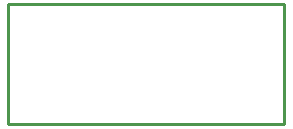
<source format=gko>
G04 Layer: BoardOutlineLayer*
G04 EasyEDA v6.5.46, 2024-09-10 08:03:58*
G04 af1b8a7c484440538f14c005446abc36,9b85eb602bcd4fba98acf6d4d33434af,10*
G04 Gerber Generator version 0.2*
G04 Scale: 100 percent, Rotated: No, Reflected: No *
G04 Dimensions in millimeters *
G04 leading zeros omitted , absolute positions ,4 integer and 5 decimal *
%FSLAX45Y45*%
%MOMM*%

%ADD10C,0.2540*%
D10*
X254000Y0D02*
G01*
X2590800Y0D01*
X2590800Y-1016000D01*
X1435100Y-1016000D01*
X254000Y-1016000D01*
X254000Y-508000D01*
X254000Y0D01*

%LPD*%
M02*

</source>
